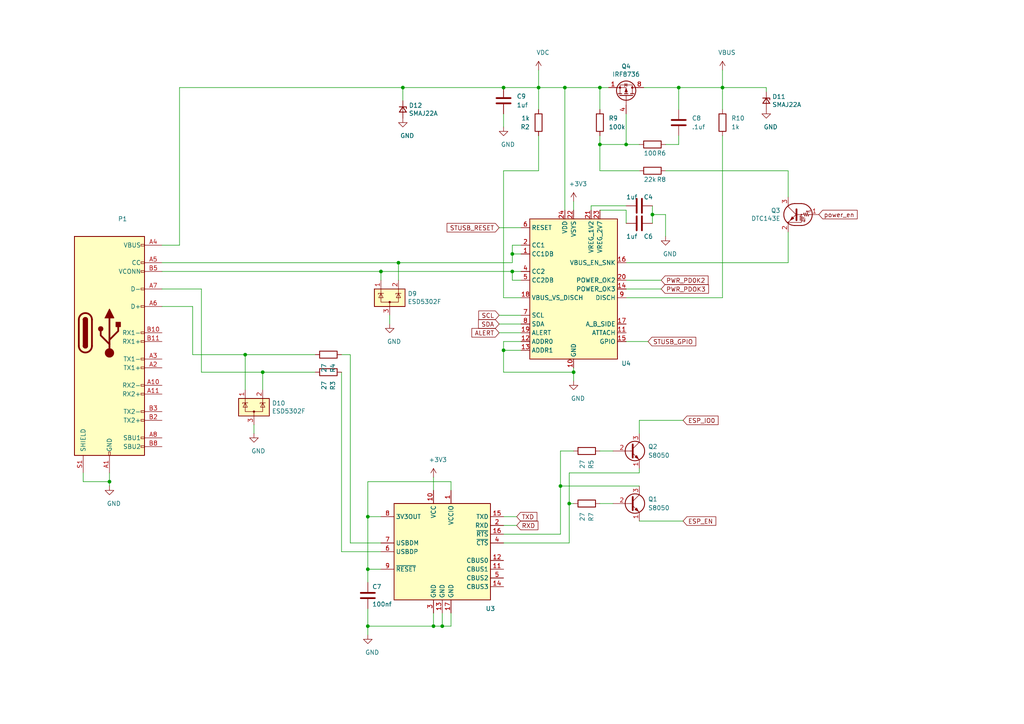
<source format=kicad_sch>
(kicad_sch (version 20210126) (generator eeschema)
  (paper "A4")
  (lib_symbols
    (symbol "-Discrete:DTC143E" (pin_names (offset 0) hide)
      (property "Reference" "Q" (at 5.08 1.905 0))
      (property "Value" "DTC143E" (at 5.08 0 0))
      (symbol "DTC143E_0_0"
        (text "4k7" (at -3.302 0.889 0) (effects (font (size 0.508 0.508))))
        (text "4k7" (at -2.159 -1.524 900) (effects (font (size 0.508 0.508))))
      )
      (symbol "DTC143E_0_1"
        (arc (start -1.27 3.175) (end -1.27 -3.175) (radius (at -1.27 0) (length 3.175) (angles 90.1 -90.1)) (stroke (width 0.254)))
        (arc (start 0.635 -3.175) (end 0.635 3.175) (radius (at 0.635 0) (length 3.175) (angles -89.9 89.9)) (stroke (width 0.254)))
        (circle (center -1.27 0) (radius 0.127))
        (circle (center 2.54 -2.286) (radius 0.127))
        (polyline (pts (xy -3.429 0) (xy -3.81 0)))
        (polyline (pts (xy -1.27 -3.175) (xy 0.635 -3.175)) (stroke (width 0.254)))
        (polyline (pts (xy -1.27 3.175) (xy 0.635 3.175)) (stroke (width 0.254)))
        (polyline (pts (xy 0 -0.254) (xy 2.54 2.286)))
        (polyline (pts (xy 0.127 1.524) (xy 0.127 -1.651)) (stroke (width 0.508)) (fill (type outline)))
        (polyline (pts (xy 2.54 2.286) (xy 2.54 2.54)))
        (polyline (pts (xy 2.54 -2.286) (xy 0 0.254) (xy 0 0.254)))
        (polyline (pts (xy 0.889 -1.143) (xy 1.397 -0.635) (xy 1.905 -1.651) (xy 0.889 -1.143)) (fill (type outline)))
        (polyline (pts (xy 0 0) (xy -1.905 0) (xy -2.032 0.508) (xy -2.286 -0.508) (xy -2.54 0.508) (xy -2.794 -0.508) (xy -3.048 0.508) (xy -3.302 -0.508) (xy -3.429 0)))
        (polyline (pts (xy -1.27 0) (xy -1.27 -0.381) (xy -0.762 -0.508) (xy -1.778 -0.762) (xy -0.762 -1.016) (xy -1.778 -1.27) (xy -0.762 -1.524) (xy -1.778 -1.778) (xy -1.27 -1.905) (xy -1.27 -2.286) (xy 2.54 -2.286)))
      )
      (symbol "DTC143E_1_1"
        (pin input line (at -6.35 0 0) (length 2.54) (name "B") (number "1"))
        (pin passive line (at 2.54 -5.08 90) (length 2.54) (name "E") (number "2"))
        (pin passive line (at 2.54 5.08 270) (length 2.54) (name "C") (number "3"))
      )
    )
    (symbol "Connector:USB_C_Plug" (pin_names (offset 1.016))
      (property "Reference" "P" (at -10.16 29.21 0))
      (property "Value" "USB_C_Plug" (at 10.16 29.21 0))
      (symbol "USB_C_Plug_0_0"
        (rectangle (start -0.254 -35.56) (end 0.254 -34.544))
        (rectangle (start 10.16 -32.766) (end 9.144 -33.274))
        (rectangle (start 10.16 -30.226) (end 9.144 -30.734))
        (rectangle (start 10.16 -25.146) (end 9.144 -25.654))
        (rectangle (start 10.16 -22.606) (end 9.144 -23.114))
        (rectangle (start 10.16 -17.526) (end 9.144 -18.034))
        (rectangle (start 10.16 -14.986) (end 9.144 -15.494))
        (rectangle (start 10.16 -9.906) (end 9.144 -10.414))
        (rectangle (start 10.16 -7.366) (end 9.144 -7.874))
        (rectangle (start 10.16 -2.286) (end 9.144 -2.794))
        (rectangle (start 10.16 0.254) (end 9.144 -0.254))
        (rectangle (start 10.16 7.874) (end 9.144 7.366))
        (rectangle (start 10.16 12.954) (end 9.144 12.446))
        (rectangle (start 10.16 18.034) (end 9.144 17.526))
        (rectangle (start 10.16 20.574) (end 9.144 20.066))
        (rectangle (start 10.16 25.654) (end 9.144 25.146))
      )
      (symbol "USB_C_Plug_0_1"
        (arc (start -7.62 -3.81) (end -6.35 -3.81) (radius (at -6.985 -3.81) (length 0.635) (angles -179.9 -0.1)) (stroke (width 0.254)) (fill (type outline)))
        (arc (start -8.89 -3.81) (end -5.08 -3.81) (radius (at -6.985 -3.81) (length 1.905) (angles -179.9 -0.1)) (stroke (width 0.508)))
        (arc (start -7.62 -3.81) (end -6.35 -3.81) (radius (at -6.985 -3.81) (length 0.635) (angles -179.9 -0.1)) (stroke (width 0.254)))
        (arc (start -5.08 3.81) (end -8.89 3.81) (radius (at -6.985 3.81) (length 1.905) (angles 0.1 179.9)) (stroke (width 0.508)))
        (arc (start -6.35 3.81) (end -7.62 3.81) (radius (at -6.985 3.81) (length 0.635) (angles 0.1 179.9)) (stroke (width 0.254)) (fill (type outline)))
        (arc (start -6.35 3.81) (end -7.62 3.81) (radius (at -6.985 3.81) (length 0.635) (angles 0.1 179.9)) (stroke (width 0.254)))
        (rectangle (start -10.16 27.94) (end 10.16 -35.56) (stroke (width 0.254)) (fill (type background)))
        (rectangle (start -7.62 -3.81) (end -6.35 3.81) (stroke (width 0.254)) (fill (type outline)))
        (polyline (pts (xy -8.89 -3.81) (xy -8.89 3.81)) (stroke (width 0.508)))
        (polyline (pts (xy -5.08 3.81) (xy -5.08 -3.81)) (stroke (width 0.508)))
      )
      (symbol "USB_C_Plug_1_1"
        (circle (center -2.54 1.143) (radius 0.635) (stroke (width 0.254)) (fill (type outline)))
        (circle (center 0 -5.842) (radius 1.27) (fill (type outline)))
        (rectangle (start 1.905 1.778) (end 3.175 3.048) (stroke (width 0.254)) (fill (type outline)))
        (polyline (pts (xy 0 -5.842) (xy 0 4.318)) (stroke (width 0.508)))
        (polyline (pts (xy 0 -3.302) (xy -2.54 -0.762) (xy -2.54 0.508)) (stroke (width 0.508)))
        (polyline (pts (xy 0 -2.032) (xy 2.54 0.508) (xy 2.54 1.778)) (stroke (width 0.508)))
        (polyline (pts (xy -1.27 4.318) (xy 0 6.858) (xy 1.27 4.318) (xy -1.27 4.318)) (stroke (width 0.254)) (fill (type outline)))
        (pin passive line (at 0 -40.64 90) (length 5.08) (name "GND") (number "A1"))
        (pin bidirectional line (at 15.24 -15.24 180) (length 5.08) (name "RX2-") (number "A10"))
        (pin bidirectional line (at 15.24 -17.78 180) (length 5.08) (name "RX2+") (number "A11"))
        (pin passive line (at 0 -40.64 90) (length 5.08) hide (name "GND") (number "A12"))
        (pin bidirectional line (at 15.24 -10.16 180) (length 5.08) (name "TX1+") (number "A2"))
        (pin bidirectional line (at 15.24 -7.62 180) (length 5.08) (name "TX1-") (number "A3"))
        (pin passive line (at 15.24 25.4 180) (length 5.08) (name "VBUS") (number "A4"))
        (pin bidirectional line (at 15.24 20.32 180) (length 5.08) (name "CC") (number "A5"))
        (pin bidirectional line (at 15.24 7.62 180) (length 5.08) (name "D+") (number "A6"))
        (pin bidirectional line (at 15.24 12.7 180) (length 5.08) (name "D-") (number "A7"))
        (pin bidirectional line (at 15.24 -30.48 180) (length 5.08) (name "SBU1") (number "A8"))
        (pin passive line (at 15.24 25.4 180) (length 5.08) hide (name "VBUS") (number "A9"))
        (pin passive line (at 0 -40.64 90) (length 5.08) hide (name "GND") (number "B1"))
        (pin bidirectional line (at 15.24 0 180) (length 5.08) (name "RX1-") (number "B10"))
        (pin bidirectional line (at 15.24 -2.54 180) (length 5.08) (name "RX1+") (number "B11"))
        (pin passive line (at 0 -40.64 90) (length 5.08) hide (name "GND") (number "B12"))
        (pin bidirectional line (at 15.24 -25.4 180) (length 5.08) (name "TX2+") (number "B2"))
        (pin bidirectional line (at 15.24 -22.86 180) (length 5.08) (name "TX2-") (number "B3"))
        (pin passive line (at 15.24 25.4 180) (length 5.08) hide (name "VBUS") (number "B4"))
        (pin bidirectional line (at 15.24 17.78 180) (length 5.08) (name "VCONN") (number "B5"))
        (pin bidirectional line (at 15.24 -33.02 180) (length 5.08) (name "SBU2") (number "B8"))
        (pin passive line (at 15.24 25.4 180) (length 5.08) hide (name "VBUS") (number "B9"))
        (pin passive line (at -7.62 -40.64 90) (length 5.08) (name "SHIELD") (number "S1"))
      )
    )
    (symbol "Device:C" (pin_numbers hide) (pin_names (offset 0.254))
      (property "Reference" "C" (at 0.635 2.54 0))
      (property "Value" "C" (at 0.635 -2.54 0))
      (symbol "C_0_1"
        (polyline (pts (xy -2.032 -0.762) (xy 2.032 -0.762)) (stroke (width 0.508)))
        (polyline (pts (xy -2.032 0.762) (xy 2.032 0.762)) (stroke (width 0.508)))
      )
      (symbol "C_1_1"
        (pin passive line (at 0 3.81 270) (length 2.794) (name "~") (number "1"))
        (pin passive line (at 0 -3.81 90) (length 2.794) (name "~") (number "2"))
      )
    )
    (symbol "Device:D_Zener_Small" (pin_numbers hide) (pin_names (offset 0.254) hide)
      (property "Reference" "D" (at 0 2.286 0))
      (property "Value" "D_Zener_Small" (at 0 -2.286 0))
      (symbol "D_Zener_Small_0_1"
        (polyline (pts (xy 0.762 0) (xy -0.762 0)))
        (polyline (pts (xy -0.254 1.016) (xy -0.762 1.016) (xy -0.762 -1.016)) (stroke (width 0.254)))
        (polyline (pts (xy 0.762 1.016) (xy -0.762 0) (xy 0.762 -1.016) (xy 0.762 1.016)) (stroke (width 0.254)))
      )
      (symbol "D_Zener_Small_1_1"
        (pin passive line (at -2.54 0 0) (length 1.778) (name "K") (number "1"))
        (pin passive line (at 2.54 0 180) (length 1.778) (name "A") (number "2"))
      )
    )
    (symbol "Device:R" (pin_numbers hide) (pin_names (offset 0))
      (property "Reference" "R" (at 2.032 0 90))
      (property "Value" "R" (at 0 0 90))
      (symbol "R_0_1"
        (rectangle (start -1.016 -2.54) (end 1.016 2.54) (stroke (width 0.254)))
      )
      (symbol "R_1_1"
        (pin passive line (at 0 3.81 270) (length 1.27) (name "~") (number "1"))
        (pin passive line (at 0 -3.81 90) (length 1.27) (name "~") (number "2"))
      )
    )
    (symbol "Interface_USB:FT230XQ"
      (property "Reference" "U" (at -13.97 15.24 0))
      (property "Value" "FT230XQ" (at 7.62 15.24 0))
      (symbol "FT230XQ_0_1"
        (rectangle (start -13.97 13.97) (end 13.97 -13.97) (stroke (width 0.254)) (fill (type background)))
      )
      (symbol "FT230XQ_1_1"
        (pin power_in line (at 2.54 17.78 270) (length 3.81) (name "VCCIO") (number "1"))
        (pin power_in line (at -2.54 17.78 270) (length 3.81) (name "VCC") (number "10"))
        (pin bidirectional line (at 17.78 -5.08 180) (length 3.81) (name "CBUS1") (number "11"))
        (pin bidirectional line (at 17.78 -2.54 180) (length 3.81) (name "CBUS0") (number "12"))
        (pin power_in line (at 0 -17.78 90) (length 3.81) (name "GND") (number "13"))
        (pin bidirectional line (at 17.78 -10.16 180) (length 3.81) (name "CBUS3") (number "14"))
        (pin output line (at 17.78 10.16 180) (length 3.81) (name "TXD") (number "15"))
        (pin output line (at 17.78 5.08 180) (length 3.81) (name "~RTS") (number "16"))
        (pin power_in line (at 2.54 -17.78 90) (length 3.81) (name "GND") (number "17"))
        (pin input line (at 17.78 7.62 180) (length 3.81) (name "RXD") (number "2"))
        (pin power_in line (at -2.54 -17.78 90) (length 3.81) (name "GND") (number "3"))
        (pin input line (at 17.78 2.54 180) (length 3.81) (name "~CTS") (number "4"))
        (pin bidirectional line (at 17.78 -7.62 180) (length 3.81) (name "CBUS2") (number "5"))
        (pin bidirectional line (at -17.78 0 0) (length 3.81) (name "USBDP") (number "6"))
        (pin bidirectional line (at -17.78 2.54 0) (length 3.81) (name "USBDM") (number "7"))
        (pin power_out line (at -17.78 10.16 0) (length 3.81) (name "3V3OUT") (number "8"))
        (pin input line (at -17.78 -5.08 0) (length 3.81) (name "~RESET") (number "9"))
      )
    )
    (symbol "Interface_USB:STUSB4500QTR"
      (property "Reference" "U" (at -12.7 21.59 0))
      (property "Value" "STUSB4500QTR" (at 8.89 -21.59 0))
      (symbol "STUSB4500QTR_0_1"
        (rectangle (start -12.7 20.32) (end 12.7 -20.32) (stroke (width 0.254)) (fill (type background)))
      )
      (symbol "STUSB4500QTR_1_1"
        (pin bidirectional line (at -15.24 10.16 0) (length 2.54) (name "CC1DB") (number "1"))
        (pin power_in line (at 0 -22.86 90) (length 2.54) (name "GND") (number "10"))
        (pin open_collector line (at 15.24 -12.7 180) (length 2.54) (name "ATTACH") (number "11"))
        (pin input line (at -15.24 -15.24 0) (length 2.54) (name "ADDR0") (number "12"))
        (pin input line (at -15.24 -17.78 0) (length 2.54) (name "ADDR1") (number "13"))
        (pin open_collector line (at 15.24 0 180) (length 2.54) (name "POWER_OK3") (number "14"))
        (pin open_collector line (at 15.24 -15.24 180) (length 2.54) (name "GPIO") (number "15"))
        (pin open_collector line (at 15.24 7.62 180) (length 2.54) (name "VBUS_EN_SNK") (number "16"))
        (pin open_collector line (at 15.24 -10.16 180) (length 2.54) (name "A_B_SIDE") (number "17"))
        (pin input line (at -15.24 -2.54 0) (length 2.54) (name "VBUS_VS_DISCH") (number "18"))
        (pin open_collector line (at -15.24 -12.7 0) (length 2.54) (name "ALERT") (number "19"))
        (pin bidirectional line (at -15.24 12.7 0) (length 2.54) (name "CC1") (number "2"))
        (pin open_collector line (at 15.24 2.54 180) (length 2.54) (name "POWER_OK2") (number "20"))
        (pin power_out line (at 5.08 22.86 270) (length 2.54) (name "VREG_1V2") (number "21"))
        (pin power_in line (at 0 22.86 270) (length 2.54) (name "VSYS") (number "22"))
        (pin power_out line (at 7.62 22.86 270) (length 2.54) (name "VREG_2V7") (number "23"))
        (pin power_in line (at -2.54 22.86 270) (length 2.54) (name "VDD") (number "24"))
        (pin passive line (at 0 -22.86 90) (length 2.54) hide (name "GND") (number "25"))
        (pin no_connect line (at -12.7 15.24 0) (length 2.54) hide (name "NC") (number "3"))
        (pin bidirectional line (at -15.24 5.08 0) (length 2.54) (name "CC2") (number "4"))
        (pin bidirectional line (at -15.24 2.54 0) (length 2.54) (name "CC2DB") (number "5"))
        (pin input line (at -15.24 17.78 0) (length 2.54) (name "RESET") (number "6"))
        (pin input line (at -15.24 -7.62 0) (length 2.54) (name "SCL") (number "7"))
        (pin bidirectional line (at -15.24 -10.16 0) (length 2.54) (name "SDA") (number "8"))
        (pin bidirectional line (at 15.24 -2.54 180) (length 2.54) (name "DISCH") (number "9"))
      )
    )
    (symbol "Power_Protection:SP0502BAHT" (pin_names hide)
      (property "Reference" "D" (at 5.715 2.54 0))
      (property "Value" "SP0502BAHT" (at 5.715 0.635 0))
      (symbol "SP0502BAHT_0_0"
        (pin passive line (at 0 -5.08 90) (length 2.54) (name "A") (number "3"))
      )
      (symbol "SP0502BAHT_0_1"
        (circle (center 0 -1.27) (radius 0.254) (fill (type outline)))
        (rectangle (start -4.445 2.54) (end 4.445 -2.54) (stroke (width 0.254)) (fill (type background)))
        (polyline (pts (xy -2.54 2.54) (xy -2.54 1.27)))
        (polyline (pts (xy 0 -1.27) (xy 0 -2.54)))
        (polyline (pts (xy 2.54 2.54) (xy 2.54 1.27)))
        (polyline (pts (xy -3.302 1.016) (xy -3.302 1.27) (xy -1.905 1.27) (xy -1.778 1.27)))
        (polyline (pts (xy -2.54 1.27) (xy -2.54 -1.27) (xy 2.54 -1.27) (xy 2.54 1.27)))
        (polyline (pts (xy -2.54 1.27) (xy -1.905 0) (xy -3.175 0) (xy -2.54 1.27)))
        (polyline (pts (xy 1.778 1.016) (xy 1.778 1.27) (xy 3.175 1.27) (xy 3.302 1.27)))
        (polyline (pts (xy 2.54 1.27) (xy 1.905 0) (xy 3.175 0) (xy 2.54 1.27)))
      )
      (symbol "SP0502BAHT_1_1"
        (pin passive line (at -2.54 5.08 270) (length 2.54) (name "K") (number "1"))
        (pin passive line (at 2.54 5.08 270) (length 2.54) (name "K") (number "2"))
      )
    )
    (symbol "Transistor_BJT:S8050" (pin_names (offset 0) hide)
      (property "Reference" "Q" (at 5.08 1.905 0))
      (property "Value" "S8050" (at 5.08 0 0))
      (symbol "S8050_0_1"
        (circle (center 1.27 0) (radius 2.8194) (stroke (width 0.254)))
        (polyline (pts (xy 0 0) (xy 0.635 0)))
        (polyline (pts (xy 0.635 0.635) (xy 2.54 2.54)))
        (polyline (pts (xy 0.635 -0.635) (xy 2.54 -2.54) (xy 2.54 -2.54)))
        (polyline (pts (xy 0.635 1.905) (xy 0.635 -1.905) (xy 0.635 -1.905)) (stroke (width 0.508)))
        (polyline (pts (xy 1.27 -1.778) (xy 1.778 -1.27) (xy 2.286 -2.286) (xy 1.27 -1.778) (xy 1.27 -1.778)) (fill (type outline)))
      )
      (symbol "S8050_1_1"
        (pin passive line (at 2.54 -5.08 90) (length 2.54) (name "E") (number "1"))
        (pin input line (at -5.08 0 0) (length 5.08) (name "B") (number "2"))
        (pin passive line (at 2.54 5.08 270) (length 2.54) (name "C") (number "3"))
      )
    )
    (symbol "Transistor_FET:FDS9435A" (pin_names hide)
      (property "Reference" "Q" (at 5.08 1.905 0))
      (property "Value" "FDS9435A" (at 5.08 0 0))
      (symbol "FDS9435A_0_1"
        (circle (center 1.651 0) (radius 2.794) (stroke (width 0.254)))
        (circle (center 2.54 -1.778) (radius 0.254) (fill (type outline)))
        (circle (center 2.54 1.778) (radius 0.254) (fill (type outline)))
        (polyline (pts (xy 0.254 0) (xy -2.54 0)))
        (polyline (pts (xy 0.254 1.905) (xy 0.254 -1.905)) (stroke (width 0.254)))
        (polyline (pts (xy 0.762 -1.27) (xy 0.762 -2.286)) (stroke (width 0.254)))
        (polyline (pts (xy 0.762 0.508) (xy 0.762 -0.508)) (stroke (width 0.254)))
        (polyline (pts (xy 0.762 2.286) (xy 0.762 1.27)) (stroke (width 0.254)))
        (polyline (pts (xy 2.54 2.54) (xy 2.54 1.778)))
        (polyline (pts (xy 2.54 -2.54) (xy 2.54 0) (xy 0.762 0)))
        (polyline (pts (xy 0.762 1.778) (xy 3.302 1.778) (xy 3.302 -1.778) (xy 0.762 -1.778)))
        (polyline (pts (xy 2.286 0) (xy 1.27 0.381) (xy 1.27 -0.381) (xy 2.286 0)) (fill (type outline)))
        (polyline (pts (xy 2.794 -0.508) (xy 2.921 -0.381) (xy 3.683 -0.381) (xy 3.81 -0.254)))
        (polyline (pts (xy 3.302 -0.381) (xy 2.921 0.254) (xy 3.683 0.254) (xy 3.302 -0.381)))
      )
      (symbol "FDS9435A_1_1"
        (pin passive line (at 2.54 -5.08 90) (length 2.54) (name "S") (number "1"))
        (pin passive line (at 2.54 -5.08 90) (length 2.54) hide (name "S") (number "2"))
        (pin passive line (at 2.54 -5.08 90) (length 2.54) hide (name "S") (number "3"))
        (pin passive line (at -5.08 0 0) (length 2.54) (name "G") (number "4"))
        (pin passive line (at 2.54 5.08 270) (length 2.54) hide (name "D") (number "5"))
        (pin passive line (at 2.54 5.08 270) (length 2.54) hide (name "D") (number "6"))
        (pin passive line (at 2.54 5.08 270) (length 2.54) hide (name "D") (number "7"))
        (pin passive line (at 2.54 5.08 270) (length 2.54) (name "D") (number "8"))
      )
    )
    (symbol "power:+3.3V" (power) (pin_names (offset 0))
      (property "Value" "+3.3V" (at 0 3.556 0))
      (symbol "+3.3V_0_1"
        (polyline (pts (xy -0.762 1.27) (xy 0 2.54)))
        (polyline (pts (xy 0 0) (xy 0 2.54)))
        (polyline (pts (xy 0 2.54) (xy 0.762 1.27)))
      )
      (symbol "+3.3V_1_1"
        (pin power_in line (at 0 0 90) (length 0) hide (name "+3V3") (number "1"))
      )
    )
    (symbol "power:GND" (power) (pin_names (offset 0))
      (property "Value" "GND" (at 0 -3.81 0))
      (symbol "GND_0_1"
        (polyline (pts (xy 0 0) (xy 0 -1.27) (xy 1.27 -1.27) (xy 0 -2.54) (xy -1.27 -1.27) (xy 0 -1.27)))
      )
      (symbol "GND_1_1"
        (pin power_in line (at 0 0 270) (length 0) hide (name "GND") (number "1"))
      )
    )
    (symbol "power:VBUS" (power) (pin_names (offset 0))
      (property "Value" "VBUS" (at 0 3.81 0))
      (symbol "VBUS_0_1"
        (polyline (pts (xy -0.762 1.27) (xy 0 2.54)))
        (polyline (pts (xy 0 0) (xy 0 2.54)))
        (polyline (pts (xy 0 2.54) (xy 0.762 1.27)))
      )
      (symbol "VBUS_1_1"
        (pin power_in line (at 0 0 90) (length 0) hide (name "VBUS") (number "1"))
      )
    )
    (symbol "power:VDC" (power) (pin_names (offset 0))
      (property "Value" "VDC" (at 0 6.35 0))
      (symbol "VDC_0_1"
        (polyline (pts (xy -0.762 1.27) (xy 0 2.54)))
        (polyline (pts (xy 0 0) (xy 0 2.54)))
        (polyline (pts (xy 0 2.54) (xy 0.762 1.27)))
      )
      (symbol "VDC_1_1"
        (pin power_in line (at 0 0 90) (length 0) hide (name "VDC") (number "1"))
      )
    )
  )
  (junction (at 31.75 139.7) (diameter 0.9144))
  (junction (at 71.12 102.87) (diameter 0.9144))
  (junction (at 76.2 107.95) (diameter 0.9144))
  (junction (at 106.68 149.86) (diameter 0.9144))
  (junction (at 106.68 165.1) (diameter 0.9144))
  (junction (at 106.68 181.61) (diameter 0.9144))
  (junction (at 110.49 78.74) (diameter 0.9144))
  (junction (at 115.57 76.2) (diameter 0.9144))
  (junction (at 116.84 25.4) (diameter 0.9144))
  (junction (at 125.73 181.61) (diameter 0.9144))
  (junction (at 128.27 181.61) (diameter 0.9144))
  (junction (at 146.05 25.4) (diameter 0.9144))
  (junction (at 146.05 101.6) (diameter 0.914))
  (junction (at 148.59 73.66) (diameter 0.9144))
  (junction (at 148.59 78.74) (diameter 0.9144))
  (junction (at 156.21 25.4) (diameter 0.9144))
  (junction (at 162.56 140.97) (diameter 0.9144))
  (junction (at 163.83 25.4) (diameter 0.9144))
  (junction (at 165.1 146.05) (diameter 0.9144))
  (junction (at 166.37 107.95) (diameter 0.9144))
  (junction (at 173.99 25.4) (diameter 0.9144))
  (junction (at 173.99 41.91) (diameter 0.9144))
  (junction (at 181.61 41.91) (diameter 0.9144))
  (junction (at 189.23 62.23) (diameter 0.9144))
  (junction (at 196.85 25.4) (diameter 0.9144))
  (junction (at 209.55 25.4) (diameter 0.9144))
  (wire (pts (xy 24.13 137.16) (xy 24.13 139.7)))
  (wire (pts (xy 24.13 139.7) (xy 31.75 139.7)))
  (wire (pts (xy 31.75 137.16) (xy 31.75 139.7)))
  (wire (pts (xy 31.75 139.7) (xy 31.75 140.97)))
  (wire (pts (xy 46.99 71.12) (xy 52.07 71.12)))
  (wire (pts (xy 46.99 76.2) (xy 115.57 76.2)))
  (wire (pts (xy 46.99 78.74) (xy 110.49 78.74)))
  (wire (pts (xy 46.99 83.82) (xy 58.42 83.82)))
  (wire (pts (xy 52.07 25.4) (xy 52.07 71.12)))
  (wire (pts (xy 52.07 25.4) (xy 116.84 25.4)))
  (wire (pts (xy 55.88 88.9) (xy 46.99 88.9)))
  (wire (pts (xy 55.88 102.87) (xy 55.88 88.9)))
  (wire (pts (xy 55.88 102.87) (xy 71.12 102.87)))
  (wire (pts (xy 58.42 83.82) (xy 58.42 107.95)))
  (wire (pts (xy 58.42 107.95) (xy 76.2 107.95)))
  (wire (pts (xy 71.12 102.87) (xy 71.12 113.03)))
  (wire (pts (xy 71.12 102.87) (xy 91.44 102.87)))
  (wire (pts (xy 73.66 123.19) (xy 73.66 125.73)))
  (wire (pts (xy 76.2 107.95) (xy 76.2 113.03)))
  (wire (pts (xy 76.2 107.95) (xy 91.44 107.95)))
  (wire (pts (xy 99.06 102.87) (xy 101.6 102.87)))
  (wire (pts (xy 99.06 160.02) (xy 99.06 107.95)))
  (wire (pts (xy 101.6 102.87) (xy 101.6 157.48)))
  (wire (pts (xy 101.6 157.48) (xy 110.49 157.48)))
  (wire (pts (xy 106.68 139.7) (xy 130.81 139.7)))
  (wire (pts (xy 106.68 149.86) (xy 106.68 139.7)))
  (wire (pts (xy 106.68 149.86) (xy 110.49 149.86)))
  (wire (pts (xy 106.68 165.1) (xy 106.68 149.86)))
  (wire (pts (xy 106.68 165.1) (xy 106.68 168.91)))
  (wire (pts (xy 106.68 165.1) (xy 110.49 165.1)))
  (wire (pts (xy 106.68 176.53) (xy 106.68 181.61)))
  (wire (pts (xy 106.68 181.61) (xy 106.68 184.15)))
  (wire (pts (xy 110.49 78.74) (xy 110.49 81.28)))
  (wire (pts (xy 110.49 78.74) (xy 148.59 78.74)))
  (wire (pts (xy 110.49 160.02) (xy 99.06 160.02)))
  (wire (pts (xy 113.03 91.44) (xy 113.03 93.98)))
  (wire (pts (xy 115.57 76.2) (xy 148.59 76.2)))
  (wire (pts (xy 115.57 81.28) (xy 115.57 76.2)))
  (wire (pts (xy 116.84 25.4) (xy 116.84 29.21)))
  (wire (pts (xy 116.84 25.4) (xy 146.05 25.4)))
  (wire (pts (xy 125.73 138.43) (xy 125.73 142.24)))
  (wire (pts (xy 125.73 177.8) (xy 125.73 181.61)))
  (wire (pts (xy 125.73 181.61) (xy 106.68 181.61)))
  (wire (pts (xy 128.27 177.8) (xy 128.27 181.61)))
  (wire (pts (xy 128.27 181.61) (xy 125.73 181.61)))
  (wire (pts (xy 130.81 139.7) (xy 130.81 142.24)))
  (wire (pts (xy 130.81 177.8) (xy 130.81 181.61)))
  (wire (pts (xy 130.81 181.61) (xy 128.27 181.61)))
  (wire (pts (xy 144.78 66.04) (xy 151.13 66.04)))
  (wire (pts (xy 144.78 91.44) (xy 151.13 91.44)))
  (wire (pts (xy 144.78 93.98) (xy 151.13 93.98)))
  (wire (pts (xy 144.78 96.52) (xy 151.13 96.52)))
  (wire (pts (xy 146.05 25.4) (xy 156.21 25.4)))
  (wire (pts (xy 146.05 33.02) (xy 146.05 36.83)))
  (wire (pts (xy 146.05 49.53) (xy 146.05 86.36)))
  (wire (pts (xy 146.05 99.06) (xy 146.05 101.6)))
  (wire (pts (xy 146.05 101.6) (xy 146.05 107.95)))
  (wire (pts (xy 146.05 101.6) (xy 151.13 101.6)))
  (wire (pts (xy 146.05 107.95) (xy 166.37 107.95)))
  (wire (pts (xy 146.05 149.86) (xy 149.86 149.86)))
  (wire (pts (xy 146.05 152.4) (xy 149.86 152.4)))
  (wire (pts (xy 146.05 154.94) (xy 162.56 154.94)))
  (wire (pts (xy 146.05 157.48) (xy 165.1 157.48)))
  (wire (pts (xy 148.59 71.12) (xy 151.13 71.12)))
  (wire (pts (xy 148.59 73.66) (xy 148.59 71.12)))
  (wire (pts (xy 148.59 73.66) (xy 148.59 76.2)))
  (wire (pts (xy 148.59 73.66) (xy 151.13 73.66)))
  (wire (pts (xy 148.59 78.74) (xy 148.59 81.28)))
  (wire (pts (xy 148.59 81.28) (xy 151.13 81.28)))
  (wire (pts (xy 151.13 78.74) (xy 148.59 78.74)))
  (wire (pts (xy 151.13 86.36) (xy 146.05 86.36)))
  (wire (pts (xy 151.13 99.06) (xy 146.05 99.06)))
  (wire (pts (xy 156.21 20.32) (xy 156.21 25.4)))
  (wire (pts (xy 156.21 25.4) (xy 156.21 31.75)))
  (wire (pts (xy 156.21 25.4) (xy 163.83 25.4)))
  (wire (pts (xy 156.21 39.37) (xy 156.21 49.53)))
  (wire (pts (xy 156.21 49.53) (xy 146.05 49.53)))
  (wire (pts (xy 162.56 130.81) (xy 166.37 130.81)))
  (wire (pts (xy 162.56 140.97) (xy 162.56 130.81)))
  (wire (pts (xy 162.56 140.97) (xy 185.42 140.97)))
  (wire (pts (xy 162.56 154.94) (xy 162.56 140.97)))
  (wire (pts (xy 163.83 25.4) (xy 163.83 60.96)))
  (wire (pts (xy 163.83 25.4) (xy 173.99 25.4)))
  (wire (pts (xy 165.1 137.16) (xy 185.42 137.16)))
  (wire (pts (xy 165.1 146.05) (xy 165.1 137.16)))
  (wire (pts (xy 165.1 146.05) (xy 165.1 157.48)))
  (wire (pts (xy 166.37 58.42) (xy 166.37 60.96)))
  (wire (pts (xy 166.37 106.68) (xy 166.37 107.95)))
  (wire (pts (xy 166.37 107.95) (xy 166.37 110.49)))
  (wire (pts (xy 166.37 146.05) (xy 165.1 146.05)))
  (wire (pts (xy 171.45 59.69) (xy 171.45 60.96)))
  (wire (pts (xy 173.99 25.4) (xy 173.99 31.75)))
  (wire (pts (xy 173.99 25.4) (xy 176.53 25.4)))
  (wire (pts (xy 173.99 39.37) (xy 173.99 41.91)))
  (wire (pts (xy 173.99 41.91) (xy 181.61 41.91)))
  (wire (pts (xy 173.99 49.53) (xy 173.99 41.91)))
  (wire (pts (xy 173.99 60.96) (xy 181.61 60.96)))
  (wire (pts (xy 173.99 130.81) (xy 177.8 130.81)))
  (wire (pts (xy 173.99 146.05) (xy 177.8 146.05)))
  (wire (pts (xy 181.61 33.02) (xy 181.61 41.91)))
  (wire (pts (xy 181.61 41.91) (xy 185.42 41.91)))
  (wire (pts (xy 181.61 59.69) (xy 171.45 59.69)))
  (wire (pts (xy 181.61 60.96) (xy 181.61 64.77)))
  (wire (pts (xy 181.61 76.2) (xy 228.6 76.2)))
  (wire (pts (xy 181.61 81.28) (xy 191.77 81.28)))
  (wire (pts (xy 181.61 83.82) (xy 191.77 83.82)))
  (wire (pts (xy 181.61 86.36) (xy 209.55 86.36)))
  (wire (pts (xy 181.61 99.06) (xy 187.96 99.06)))
  (wire (pts (xy 185.42 49.53) (xy 173.99 49.53)))
  (wire (pts (xy 185.42 121.92) (xy 185.42 125.73)))
  (wire (pts (xy 185.42 121.92) (xy 198.12 121.92)))
  (wire (pts (xy 185.42 137.16) (xy 185.42 135.89)))
  (wire (pts (xy 185.42 151.13) (xy 198.12 151.13)))
  (wire (pts (xy 186.69 25.4) (xy 196.85 25.4)))
  (wire (pts (xy 189.23 59.69) (xy 189.23 62.23)))
  (wire (pts (xy 189.23 62.23) (xy 189.23 64.77)))
  (wire (pts (xy 189.23 62.23) (xy 193.04 62.23)))
  (wire (pts (xy 193.04 41.91) (xy 196.85 41.91)))
  (wire (pts (xy 193.04 49.53) (xy 228.6 49.53)))
  (wire (pts (xy 193.04 62.23) (xy 193.04 68.58)))
  (wire (pts (xy 196.85 25.4) (xy 196.85 31.75)))
  (wire (pts (xy 196.85 41.91) (xy 196.85 39.37)))
  (wire (pts (xy 209.55 20.32) (xy 209.55 25.4)))
  (wire (pts (xy 209.55 25.4) (xy 196.85 25.4)))
  (wire (pts (xy 209.55 25.4) (xy 222.25 25.4)))
  (wire (pts (xy 209.55 31.75) (xy 209.55 25.4)))
  (wire (pts (xy 209.55 39.37) (xy 209.55 86.36)))
  (wire (pts (xy 222.25 25.4) (xy 222.25 26.67)))
  (wire (pts (xy 228.6 49.53) (xy 228.6 57.15)))
  (wire (pts (xy 228.6 76.2) (xy 228.6 67.31)))
  (global_label "STUSB_RESET" (shape input) (at 144.78 66.04 180) (property "Intersheet References" "${INTERSHEET_REFS}" (effects hide)))
  (global_label "SCL" (shape input) (at 144.78 91.44 180) (property "Intersheet References" "${INTERSHEET_REFS}" (effects hide)))
  (global_label "SDA" (shape input) (at 144.78 93.98 180) (property "Intersheet References" "${INTERSHEET_REFS}" (effects hide)))
  (global_label "ALERT" (shape input) (at 144.78 96.52 180) (property "Intersheet References" "${INTERSHEET_REFS}" (effects hide)))
  (global_label "TXD" (shape input) (at 149.86 149.86 0) (property "Intersheet References" "${INTERSHEET_REFS}" (effects hide)))
  (global_label "RXD" (shape input) (at 149.86 152.4 0) (property "Intersheet References" "${INTERSHEET_REFS}" (effects hide)))
  (global_label "STUSB_GPIO" (shape input) (at 187.96 99.06 0) (property "Intersheet References" "${INTERSHEET_REFS}" (effects hide)))
  (global_label "PWR_PD0K2" (shape input) (at 191.77 81.28 0) (property "Intersheet References" "${INTERSHEET_REFS}" (effects hide)))
  (global_label "PWR_PDOK3" (shape input) (at 191.77 83.82 0) (property "Intersheet References" "${INTERSHEET_REFS}" (effects hide)))
  (global_label "ESP_IO0" (shape input) (at 198.12 121.92 0) (property "Intersheet References" "${INTERSHEET_REFS}" (effects hide)))
  (global_label "ESP_EN" (shape input) (at 198.12 151.13 0) (property "Intersheet References" "${INTERSHEET_REFS}" (effects hide)))
  (global_label "power_en" (shape input) (at 237.49 62.23 0) (property "Intersheet References" "${INTERSHEET_REFS}" (effects hide)))
  (symbol (lib_id "power:+3.3V") (at 125.73 138.43 0) (unit 1)
    (property "Reference" "#PWR0115" (effects hide))
    (property "Value" "+3.3V" (at 127 133.35 0))
  )
  (symbol (lib_id "power:VDC") (at 156.21 20.32 0) (unit 1)
    (property "Reference" "#PWR0128" (effects hide))
    (property "Value" "VDC" (at 157.48 15.24 0))
  )
  (symbol (lib_id "power:+3.3V") (at 166.37 58.42 0) (unit 1)
    (property "Reference" "#PWR0112" (effects hide))
    (property "Value" "+3.3V" (at 167.64 53.34 0))
  )
  (symbol (lib_id "power:VBUS") (at 209.55 20.32 0) (unit 1)
    (property "Reference" "#PWR0111" (effects hide))
    (property "Value" "VBUS" (at 210.82 15.24 0))
  )
  (symbol (lib_id "power:GND") (at 31.75 140.97 0) (unit 1)
    (property "Reference" "#PWR0108" (effects hide))
    (property "Value" "GND" (at 33.02 146.05 0))
  )
  (symbol (lib_id "power:GND") (at 73.66 125.73 0) (unit 1)
    (property "Reference" "#PWR0110" (effects hide))
    (property "Value" "GND" (at 74.93 130.81 0))
  )
  (symbol (lib_id "power:GND") (at 106.68 184.15 0) (unit 1)
    (property "Reference" "#PWR0113" (effects hide))
    (property "Value" "GND" (at 107.95 189.23 0))
  )
  (symbol (lib_id "power:GND") (at 113.03 93.98 0) (unit 1)
    (property "Reference" "#PWR0107" (effects hide))
    (property "Value" "GND" (at 114.3 99.06 0))
  )
  (symbol (lib_id "power:GND") (at 116.84 34.29 0) (unit 1)
    (property "Reference" "#PWR0126" (effects hide))
    (property "Value" "GND" (at 118.11 39.37 0))
  )
  (symbol (lib_id "power:GND") (at 146.05 36.83 0) (unit 1)
    (property "Reference" "#PWR0109" (effects hide))
    (property "Value" "GND" (at 147.32 41.91 0))
  )
  (symbol (lib_id "power:GND") (at 166.37 110.49 0) (unit 1)
    (property "Reference" "#PWR0114" (effects hide))
    (property "Value" "GND" (at 167.64 115.57 0))
  )
  (symbol (lib_id "power:GND") (at 193.04 68.58 0) (unit 1)
    (property "Reference" "#PWR0106" (effects hide))
    (property "Value" "GND" (at 194.31 73.66 0))
  )
  (symbol (lib_id "power:GND") (at 222.25 31.75 0) (unit 1)
    (property "Reference" "#PWR0127" (effects hide))
    (property "Value" "GND" (at 223.52 36.83 0))
  )
  (symbol (lib_id "Device:D_Zener_Small") (at 116.84 31.75 270) (unit 1)
    (property "Reference" "D12" (at 118.5672 30.5816 90) (effects (justify left)))
    (property "Value" "SMAJ22A " (at 118.5672 32.893 90) (effects (justify left)))
    (property "Footprint" "Diode_SMD:D_SMA" (effects hide))
  )
  (symbol (lib_id "Device:D_Zener_Small") (at 222.25 29.21 270) (unit 1)
    (property "Reference" "D11" (at 223.9772 28.0416 90) (effects (justify left)))
    (property "Value" "SMAJ22A " (at 223.9772 30.353 90) (effects (justify left)))
    (property "Footprint" "Diode_SMD:D_SMA" (effects hide))
  )
  (symbol (lib_id "Device:R") (at 95.25 102.87 270) (unit 1)
    (property "Reference" "R4" (at 96.52 105.41 0) (effects (justify left)))
    (property "Value" "27" (at 93.98 105.41 0) (effects (justify left)))
    (property "Footprint" "Resistor_SMD:R_0603_1608Metric" (effects hide))
  )
  (symbol (lib_id "Device:R") (at 95.25 107.95 270) (unit 1)
    (property "Reference" "R3" (at 96.52 110.49 0) (effects (justify left)))
    (property "Value" "27" (at 93.98 110.49 0) (effects (justify left)))
    (property "Footprint" "Capacitor_SMD:C_0603_1608Metric" (effects hide))
  )
  (symbol (lib_id "Device:R") (at 156.21 35.56 180) (unit 1)
    (property "Reference" "R2" (at 153.67 36.83 0) (effects (justify left)))
    (property "Value" "1k" (at 153.67 34.29 0) (effects (justify left)))
    (property "Footprint" "Resistor_SMD:R_0603_1608Metric" (effects hide))
  )
  (symbol (lib_id "Device:R") (at 170.18 130.81 270) (unit 1)
    (property "Reference" "R5" (at 171.45 133.35 0) (effects (justify left)))
    (property "Value" "27" (at 168.91 133.35 0) (effects (justify left)))
    (property "Footprint" "Resistor_SMD:R_0603_1608Metric" (effects hide))
  )
  (symbol (lib_id "Device:R") (at 170.18 146.05 270) (unit 1)
    (property "Reference" "R7" (at 171.45 148.59 0) (effects (justify left)))
    (property "Value" "27" (at 168.91 148.59 0) (effects (justify left)))
    (property "Footprint" "Resistor_SMD:R_0603_1608Metric" (effects hide))
  )
  (symbol (lib_id "Device:R") (at 173.99 35.56 0) (unit 1)
    (property "Reference" "R9" (at 176.53 34.29 0) (effects (justify left)))
    (property "Value" "100k" (at 176.53 36.83 0) (effects (justify left)))
    (property "Footprint" "Resistor_SMD:R_0603_1608Metric" (effects hide))
  )
  (symbol (lib_id "Device:R") (at 189.23 41.91 270) (unit 1)
    (property "Reference" "R6" (at 190.5 44.45 90) (effects (justify left)))
    (property "Value" "100" (at 186.69 44.45 90) (effects (justify left)))
    (property "Footprint" "Resistor_SMD:R_0603_1608Metric" (effects hide))
  )
  (symbol (lib_id "Device:R") (at 189.23 49.53 270) (unit 1)
    (property "Reference" "R8" (at 190.5 52.07 90) (effects (justify left)))
    (property "Value" "22k" (at 186.69 52.07 90) (effects (justify left)))
    (property "Footprint" "Resistor_SMD:R_0603_1608Metric" (effects hide))
  )
  (symbol (lib_id "Device:R") (at 209.55 35.56 0) (unit 1)
    (property "Reference" "R10" (at 212.09 34.29 0) (effects (justify left)))
    (property "Value" "1k" (at 212.09 36.83 0) (effects (justify left)))
    (property "Footprint" "Resistor_SMD:R_0603_1608Metric" (effects hide))
  )
  (symbol (lib_id "Device:C") (at 106.68 172.72 0) (unit 1)
    (property "Reference" "C7" (at 107.95 170.18 0) (effects (justify left)))
    (property "Value" "100nf" (at 107.95 175.26 0) (effects (justify left)))
    (property "Footprint" "Capacitor_SMD:C_0603_1608Metric" (effects hide))
  )
  (symbol (lib_id "Device:C") (at 146.05 29.21 0) (unit 1)
    (property "Reference" "C9" (at 149.86 27.94 0) (effects (justify left)))
    (property "Value" "1uf" (at 149.86 30.48 0) (effects (justify left)))
    (property "Footprint" "Capacitor_SMD:C_0603_1608Metric" (effects hide))
  )
  (symbol (lib_id "Device:C") (at 185.42 59.69 270) (unit 1)
    (property "Reference" "C4" (at 186.69 57.15 90) (effects (justify left)))
    (property "Value" "1uf" (at 181.61 57.15 90) (effects (justify left)))
    (property "Footprint" "Capacitor_SMD:C_0603_1608Metric" (effects hide))
  )
  (symbol (lib_id "Device:C") (at 185.42 64.77 270) (unit 1)
    (property "Reference" "C6" (at 186.69 68.58 90) (effects (justify left)))
    (property "Value" "1uf" (at 181.61 68.58 90) (effects (justify left)))
    (property "Footprint" "Capacitor_SMD:C_0603_1608Metric" (effects hide))
  )
  (symbol (lib_id "Device:C") (at 196.85 35.56 0) (unit 1)
    (property "Reference" "C8" (at 200.66 34.29 0) (effects (justify left)))
    (property "Value" ".1uf" (at 200.66 36.83 0) (effects (justify left)))
    (property "Footprint" "Capacitor_SMD:C_0603_1608Metric" (effects hide))
  )
  (symbol (lib_id "Power_Protection:SP0502BAHT") (at 73.66 118.11 0) (unit 1)
    (property "Reference" "D10" (at 78.867 116.9416 0) (effects (justify left)))
    (property "Value" "ESD5302F" (at 78.867 119.253 0) (effects (justify left)))
    (property "Footprint" "Package_TO_SOT_SMD:SOT-23" (effects hide))
    (property "Datasheet" "http://www.littelfuse.com/~/media/files/littelfuse/technical%20resources/documents/data%20sheets/sp05xxba.pdf" (effects hide))
  )
  (symbol (lib_id "Power_Protection:SP0502BAHT") (at 113.03 86.36 0) (unit 1)
    (property "Reference" "D9" (at 118.237 85.1916 0) (effects (justify left)))
    (property "Value" "ESD5302F" (at 118.237 87.503 0) (effects (justify left)))
    (property "Footprint" "Package_TO_SOT_SMD:SOT-23" (effects hide))
    (property "Datasheet" "http://www.littelfuse.com/~/media/files/littelfuse/technical%20resources/documents/data%20sheets/sp05xxba.pdf" (effects hide))
  )
  (symbol (lib_id "Transistor_BJT:S8050") (at 182.88 130.81 0) (unit 1)
    (property "Reference" "Q2" (at 187.96 129.54 0) (effects (justify left)))
    (property "Value" "S8050" (at 187.96 132.08 0) (effects (justify left)))
    (property "Footprint" "Package_TO_SOT_SMD:SOT-23" (effects hide))
    (property "Datasheet" "http://www.unisonic.com.tw/datasheet/S8050.pdf" (effects hide))
  )
  (symbol (lib_id "Transistor_BJT:S8050") (at 182.88 146.05 0) (unit 1)
    (property "Reference" "Q1" (at 187.96 144.78 0) (effects (justify left)))
    (property "Value" "S8050" (at 187.96 147.32 0) (effects (justify left)))
    (property "Footprint" "Package_TO_SOT_SMD:SOT-23" (effects hide))
    (property "Datasheet" "http://www.unisonic.com.tw/datasheet/S8050.pdf" (effects hide))
  )
  (symbol (lib_id "Transistor_FET:FDS9435A") (at 181.61 27.94 270) (mirror x) (unit 1)
    (property "Reference" "Q4" (at 181.61 19.2532 90))
    (property "Value" "IRF8736" (at 181.61 21.5646 90))
    (property "Footprint" "Package_SO:SOIC-8_3.9x4.9mm_P1.27mm" (effects hide))
    (property "Datasheet" "https://www.onsemi.com/pub/Collateral/FDS9435A-D.PDF" (effects hide))
  )
  (symbol (lib_id "-Discrete:DTC143E") (at 231.14 62.23 0) (mirror y) (unit 1)
    (property "Reference" "Q3" (at 226.3648 61.0616 0) (effects (justify left)))
    (property "Value" "DTC143E" (at 226.3648 63.373 0) (effects (justify left)))
    (property "Footprint" "Package_TO_SOT_SMD:SOT-323_SC-70" (effects hide))
  )
  (symbol (lib_id "Interface_USB:FT230XQ") (at 128.27 160.02 0) (unit 1)
    (property "Reference" "U3" (at 142.24 176.53 0))
    (property "Value" "FT230XQ" (effects hide))
    (property "Footprint" "Package_DFN_QFN:QFN-16-1EP_4x4mm_P0.65mm_EP2.1x2.1mm" (effects hide))
    (property "Datasheet" "https://www.ftdichip.com/Support/Documents/DataSheets/ICs/DS_FT230X.pdf" (effects hide))
  )
  (symbol (lib_id "Interface_USB:STUSB4500QTR") (at 166.37 83.82 0) (unit 1)
    (property "Reference" "U4" (at 181.61 105.41 0))
    (property "Value" "STUSB4500QTR" (effects hide))
    (property "Footprint" "Package_DFN_QFN:QFN-24-1EP_4x4mm_P0.5mm_EP2.7x2.7mm" (effects hide))
    (property "Datasheet" "https://www.st.com/resource/en/datasheet/stusb4500.pdf" (effects hide))
  )
  (symbol (lib_id "Connector:USB_C_Plug") (at 31.75 96.52 0) (unit 1)
    (property "Reference" "P1" (at 35.56 63.5 0))
    (property "Value" "USB_C_Plug" (effects hide))
    (property "Footprint" "Connector_USB:USB_C_Receptacle_Palconn_UTC16-G" (effects hide))
    (property "Datasheet" "https://www.usb.org/sites/default/files/documents/usb_type-c.zip" (effects hide))
  )
)
</source>
